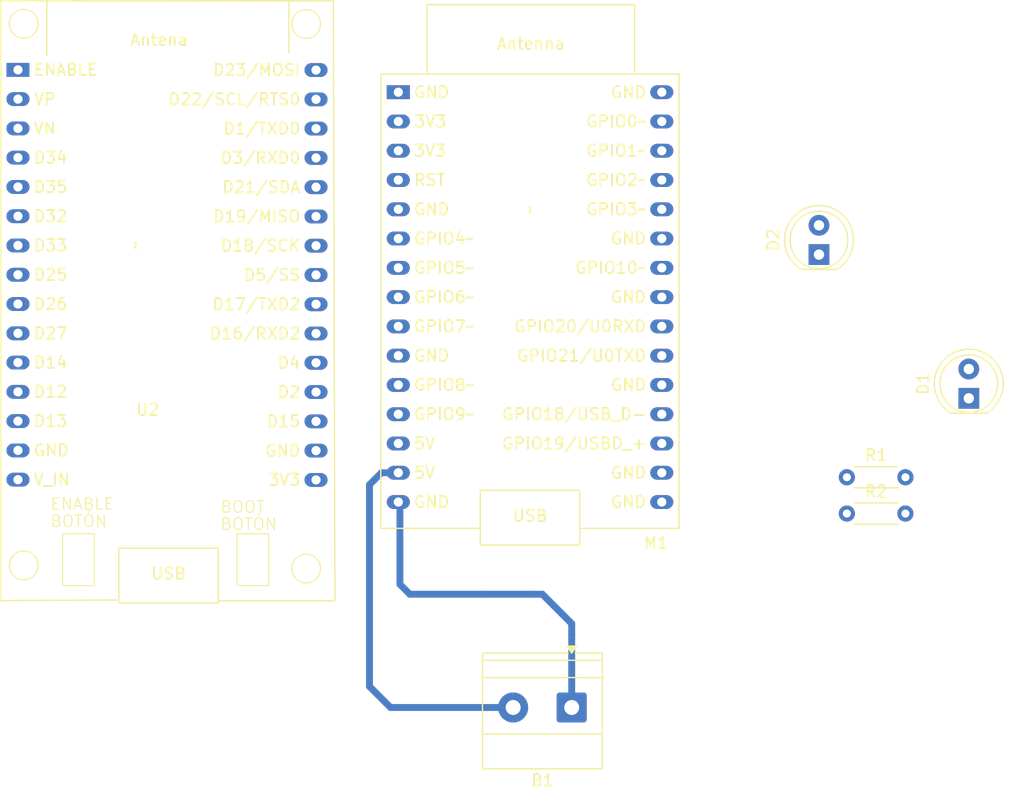
<source format=kicad_pcb>
(kicad_pcb (version 20241229) (generator "pcbnew") (generator_version "9.0")
  (layers (0 "F.Cu" signal) (2 "B.Cu" signal) (13 "F.Paste" user) (15 "B.Paste" user) (5 "F.SilkS" user "F.Silkscreen") (7 "B.SilkS" user "B.Silkscreen") (1 "F.Mask" user) (3 "B.Mask" user) (25 "Edge.Cuts" user))
  (net 0 "")
  (net 1 "Net-(D1-A)")
  (net 2 "GND")
  (net 3 "Net-(D2-A)")
  (net 4 "LED_WIFI")
  (net 5 "LED_ON")
  (net 7 "S1 A0")
  (net 8 "S1 +")
  (net 19 "S2 SDA")
  (net 24 "S1 D0")
  (net 27 "S2 SCL")
  (net 31 "VIN")
  (net 32 "GND_IN")
  (footprint "Resistor_THT:R_Axial_DIN0204_L3.6mm_D1.6mm_P5.08mm_Horizontal" (layer "F.Cu") (at 127.42 113.5)
    (property "Reference" "R2" (at 2.54 -1.92 0) (layer "F.SilkS"))
    (property "Value" "220")
    (fp_line (start 0.62 -0.92) (end 4.46 -0.92) (stroke (width 0.12)) (layer "F.SilkS"))
    (fp_line (start 0.62 0.92) (end 4.46 0.92) (stroke (width 0.12)) (layer "F.SilkS"))
    (pad "1" thru_hole circle (at 0 0) (size 1.4 1.4) (drill 0.7) (layers "*.Cu" "*.Mask") (net 5 "LED_ON"))
    (pad "2" thru_hole circle (at 5.08 0) (size 1.4 1.4) (drill 0.7) (layers "*.Cu" "*.Mask") (net 1 "Net-(D1-A)"))
  )
  (footprint "Resistor_THT:R_Axial_DIN0204_L3.6mm_D1.6mm_P5.08mm_Horizontal" (layer "F.Cu") (at 127.42 110.35)
    (property "Reference" "R1" (at 2.54 -1.92 0) (layer "F.SilkS"))
    (property "Value" "220")
    (fp_line (start 0.62 -0.92) (end 4.46 -0.92) (stroke (width 0.12)) (layer "F.SilkS"))
    (fp_line (start 0.62 0.92) (end 4.46 0.92) (stroke (width 0.12)) (layer "F.SilkS"))
    (pad "1" thru_hole circle (at 0 0) (size 1.4 1.4) (drill 0.7) (layers "*.Cu" "*.Mask") (net 4 "LED_WIFI"))
    (pad "2" thru_hole circle (at 5.08 0) (size 1.4 1.4) (drill 0.7) (layers "*.Cu" "*.Mask") (net 3 "Net-(D2-A)"))
  )
  (footprint "Librerias:ESP32-DevKit_V1" (layer "F.Cu") (at 55.5 75)
    (property "Reference" "U2" (at 11.25 29.5 0) (layer "F.SilkS"))
    (property "Value" "~" (at 10.16 15.24 90) (layer "F.SilkS"))
    (fp_line (start -1.5 46.0522) (end -1.5 -6) (stroke (width 0.12)) (layer "F.SilkS"))
    (fp_line (start -1.5 46.0522) (end 8.75 46) (stroke (width 0.12)) (layer "F.SilkS"))
    (fp_line (start 2.5 -1.25) (end 2.5 -6) (stroke (width 0.12)) (layer "F.SilkS"))
    (fp_line (start 5.502 -5.98) (end 23.502 -5.98) (stroke (width 0.12)) (layer "F.SilkS"))
    (fp_line (start 23.502 -5.98) (end 23.502 -1.48) (stroke (width 0.12)) (layer "F.SilkS"))
    (fp_line (start 27.362 -5.98) (end -1.5 -6) (stroke (width 0.12)) (layer "F.SilkS"))
    (fp_line (start 27.502 46.02) (end 27.362 -5.98) (stroke (width 0.12)) (layer "F.SilkS"))
    (fp_line (start 27.502 46.0722) (end 17.5 46.0722) (stroke (width 0.12)) (layer "F.SilkS"))
    (fp_rect (start 3.875 40.25) (end 6.625 44.75) (stroke (width 0.1)) (fill no) (layer "F.SilkS"))
    (fp_rect (start 8.75 41.5002) (end 17.386 46.25) (stroke (width 0.12)) (fill no) (layer "F.SilkS"))
    (fp_rect (start 19 40.25) (end 21.75 44.75) (stroke (width 0.1)) (fill no) (layer "F.SilkS"))
    (fp_circle (center 0.5 -4) (end 1.75 -4) (stroke (width 0.1)) (fill no) (layer "F.SilkS"))
    (fp_circle (center 0.5 43) (end 1.75 43) (stroke (width 0.1)) (fill no) (layer "F.SilkS"))
    (fp_circle (center 25.002 -3.98) (end 26.252 -3.98) (stroke (width 0.1)) (fill no) (layer "F.SilkS"))
    (fp_circle (center 25.002 43.27) (end 26.252 43.27) (stroke (width 0.1)) (fill no) (layer "F.SilkS"))
    (fp_text user "ENABLE" (at 2.75 38.25 0) (layer "F.SilkS") (effects (font (thickness 0.1)) (justify left bottom)))
    (fp_text user "D18/SCK" (at 24.592 15.26 0) (layer "F.SilkS") (effects (justify right)))
    (fp_text user "D32" (at 1.27 12.7 0) (layer "F.SilkS") (effects (justify left)))
    (fp_text user "D21/SDA" (at 24.592 10.18 0) (layer "F.SilkS") (effects (justify right)))
    (fp_text user "D15" (at 24.592 30.5 0) (layer "F.SilkS") (effects (justify right)))
    (fp_text user "GND" (at 1.27 33.02 0) (layer "F.SilkS") (effects (justify left)))
    (fp_text user "ENABLE" (at 1.27 0 0) (layer "F.SilkS") (effects (justify left)))
    (fp_text user "D13" (at 1.27 30.48 0) (layer "F.SilkS") (effects (justify left)))
    (fp_text user "VN" (at 1.27 5.08 0) (layer "F.SilkS") (effects (justify left)))
    (fp_text user "D12" (at 1.27 27.94 0) (layer "F.SilkS") (effects (justify left)))
    (fp_text user "D22/SCL/RTS0" (at 24.592 2.56 0) (layer "F.SilkS") (effects (justify right)))
    (fp_text user "D27" (at 1.27 22.86 0) (layer "F.SilkS") (effects (justify left)))
    (fp_text user "BOTÓN" (at 2.75 39.75 0) (layer "F.SilkS") (effects (font (thickness 0.1)) (justify left bottom)))
    (fp_text user "BOTÓN" (at 17.5 40 0) (layer "F.SilkS") (effects (font (thickness 0.1)) (justify left bottom)))
    (fp_text user "D25" (at 1.27 17.78 0) (layer "F.SilkS") (effects (justify left)))
    (fp_text user "D5/SS" (at 24.592 17.8 0) (layer "F.SilkS") (effects (justify right)))
    (fp_text user "BOOT" (at 17.5 38.5 0) (layer "F.SilkS") (effects (font (thickness 0.1)) (justify left bottom)))
    (fp_text user "D33" (at 1.27 15.24 0) (layer "F.SilkS") (effects (justify left)))
    (fp_text user "D34" (at 1.27 7.62 0) (layer "F.SilkS") (effects (justify left)))
    (fp_text user "D4" (at 24.592 25.42 0) (layer "F.SilkS") (effects (justify right)))
    (fp_text user "D2" (at 24.592 27.96 0) (layer "F.SilkS") (effects (justify right)))
    (fp_text user "D26" (at 1.27 20.32 0) (layer "F.SilkS") (effects (justify left)))
    (fp_text user "3V3" (at 24.592 35.58 0) (layer "F.SilkS") (effects (justify right)))
    (fp_text user "D1/TXD0" (at 24.592 5.1 0) (layer "F.SilkS") (effects (justify right)))
    (fp_text user "D19/MISO" (at 24.592 12.72 0) (layer "F.SilkS") (effects (justify right)))
    (fp_text user "D23/MOSI" (at 24.592 0.02 0) (layer "F.SilkS") (effects (justify right)))
    (fp_text user "GND" (at 24.592 33.04 0) (layer "F.SilkS") (effects (justify right)))
    (fp_text user "D17/TXD2" (at 24.592 20.34 0) (layer "F.SilkS") (effects (justify right)))
    (fp_text user "V_IN" (at 1.27 35.56 0) (layer "F.SilkS") (effects (justify left)))
    (fp_text user "D14" (at 1.27 25.4 0) (layer "F.SilkS") (effects (justify left)))
    (fp_text user "Antena" (at 12.25 -2.6076 0) (layer "F.SilkS"))
    (fp_text user "USB" (at 13.068 44.2942 0) (layer "F.SilkS") (effects (justify bottom)))
    (fp_text user "VP" (at 1.3 2.54 0) (layer "F.SilkS") (effects (justify left)))
    (fp_text user "D3/RXD0" (at 24.592 7.64 0) (layer "F.SilkS") (effects (justify right)))
    (fp_text user "D16/RXD2" (at 24.592 22.88 0) (layer "F.SilkS") (effects (justify right)))
    (fp_text user "D35" (at 1.27 10.16 0) (layer "F.SilkS") (effects (justify left)))
    (pad "1" thru_hole rect (at 0 0 270) (size 1.2 2) (drill 0.8) (layers "*.Cu" "*.Mask"))
    (pad "2" thru_hole oval (at 0 2.54 270) (size 1.2 2) (drill 0.8) (layers "*.Cu" "*.Mask"))
    (pad "3" thru_hole oval (at 0 5.08 270) (size 1.2 2) (drill 0.8) (layers "*.Cu" "*.Mask"))
    (pad "4" thru_hole oval (at 0 7.62 270) (size 1.2 2) (drill 0.8) (layers "*.Cu" "*.Mask"))
    (pad "5" thru_hole oval (at 0 10.16 270) (size 1.2 2) (drill 0.8) (layers "*.Cu" "*.Mask"))
    (pad "6" thru_hole oval (at 0 12.7 270) (size 1.2 2) (drill 0.8) (layers "*.Cu" "*.Mask"))
    (pad "7" thru_hole oval (at 0 15.24 270) (size 1.2 2) (drill 0.8) (layers "*.Cu" "*.Mask"))
    (pad "8" thru_hole oval (at 0 17.78 270) (size 1.2 2) (drill 0.8) (layers "*.Cu" "*.Mask"))
    (pad "9" thru_hole oval (at 0 20.32 270) (size 1.2 2) (drill 0.8) (layers "*.Cu" "*.Mask"))
    (pad "10" thru_hole oval (at 0 22.86 270) (size 1.2 2) (drill 0.8) (layers "*.Cu" "*.Mask"))
    (pad "11" thru_hole oval (at 0 25.4 270) (size 1.2 2) (drill 0.8) (layers "*.Cu" "*.Mask"))
    (pad "12" thru_hole oval (at 0 27.94 270) (size 1.2 2) (drill 0.8) (layers "*.Cu" "*.Mask"))
    (pad "13" thru_hole oval (at 0 30.48 270) (size 1.2 2) (drill 0.8) (layers "*.Cu" "*.Mask"))
    (pad "14" thru_hole oval (at 0 33.02 270) (size 1.2 2) (drill 0.8) (layers "*.Cu" "*.Mask"))
    (pad "15" thru_hole oval (at 0 35.56 270) (size 1.2 2) (drill 0.8) (layers "*.Cu" "*.Mask"))
    (pad "16" thru_hole oval (at 25.862 35.58 270) (size 1.2 2) (drill 0.8) (layers "*.Cu" "*.Mask"))
    (pad "17" thru_hole oval (at 25.862 33.04 270) (size 1.2 2) (drill 0.8) (layers "*.Cu" "*.Mask"))
    (pad "18" thru_hole oval (at 25.862 30.5 270) (size 1.2 2) (drill 0.8) (layers "*.Cu" "*.Mask"))
    (pad "19" thru_hole oval (at 25.862 27.96 270) (size 1.2 2) (drill 0.8) (layers "*.Cu" "*.Mask"))
    (pad "20" thru_hole oval (at 25.862 25.42 270) (size 1.2 2) (drill 0.8) (layers "*.Cu" "*.Mask"))
    (pad "21" thru_hole oval (at 25.862 22.88 270) (size 1.2 2) (drill 0.8) (layers "*.Cu" "*.Mask"))
    (pad "22" thru_hole oval (at 25.862 20.34 270) (size 1.2 2) (drill 0.8) (layers "*.Cu" "*.Mask"))
    (pad "23" thru_hole oval (at 25.862 17.8 270) (size 1.2 2) (drill 0.8) (layers "*.Cu" "*.Mask"))
    (pad "24" thru_hole oval (at 25.862 15.26 270) (size 1.2 2) (drill 0.8) (layers "*.Cu" "*.Mask"))
    (pad "25" thru_hole oval (at 25.862 12.72 270) (size 1.2 2) (drill 0.8) (layers "*.Cu" "*.Mask"))
    (pad "26" thru_hole oval (at 25.862 10.18 270) (size 1.2 2) (drill 0.8) (layers "*.Cu" "*.Mask"))
    (pad "27" thru_hole oval (at 25.862 7.64 270) (size 1.2 2) (drill 0.8) (layers "*.Cu" "*.Mask"))
    (pad "28" thru_hole oval (at 25.862 5.1 270) (size 1.2 2) (drill 0.8) (layers "*.Cu" "*.Mask"))
    (pad "29" thru_hole oval (at 25.862 2.56 270) (size 1.2 2) (drill 0.8) (layers "*.Cu" "*.Mask"))
    (pad "30" thru_hole oval (at 25.862 0.02 270) (size 1.2 2) (drill 0.8) (layers "*.Cu" "*.Mask"))
  )
  (footprint "LED_THT:LED_D5.0mm" (layer "F.Cu") (at 138 103.5 90)
    (property "Reference" "D1" (at 1.27 -3.96 90) (layer "F.SilkS"))
    (property "Value" "LED_ON")
    (fp_line (start -1.29 -1.545) (end -1.29 1.545) (stroke (width 0.12)) (layer "F.SilkS"))
    (fp_arc (start -1.29 -1.54483) (mid 2.071779 -2.880495) (end 4.26 0) (stroke (width 0.12)) (layer "F.SilkS"))
    (fp_arc (start 4.26 0) (mid 2.071779 2.880495) (end -1.29 1.54483) (stroke (width 0.12)) (layer "F.SilkS"))
    (fp_circle (center 1.27 0) (end 3.77 0) (stroke (width 0.12)) (fill no) (layer "F.SilkS"))
    (pad "1" thru_hole rect (at 0 0 90) (size 1.8 1.8) (drill 0.9) (layers "*.Cu" "*.Mask") (net 2 "GND"))
    (pad "2" thru_hole circle (at 2.54 0 90) (size 1.8 1.8) (drill 0.9) (layers "*.Cu" "*.Mask") (net 1 "Net-(D1-A)"))
  )
  (footprint "Librerias1:ESP32-DevKit_V1" (layer "F.Cu") (at 88.5 76.94)
    (property "Reference" "M1" (at 22.352 39.116 0) (layer "F.SilkS"))
    (property "Value" "~" (at 11.4 10.16 270) (layer "F.SilkS"))
    (fp_line (start -1.524 37.846) (end 7.112 37.846) (stroke (width 0.12)) (layer "F.SilkS"))
    (fp_line (start -1.5 -1.575) (end -1.524 37.846) (stroke (width 0.12)) (layer "F.SilkS"))
    (fp_line (start 2.5 -7.6) (end 20.5 -7.6) (stroke (width 0.12)) (layer "F.SilkS"))
    (fp_line (start 2.5 -1.6) (end 2.5 -7.6) (stroke (width 0.12)) (layer "F.SilkS"))
    (fp_line (start 20.5 -7.6) (end 20.5 -1.6) (stroke (width 0.12)) (layer "F.SilkS"))
    (fp_line (start 24.359999 37.846) (end 15.748 37.846) (stroke (width 0.12)) (layer "F.SilkS"))
    (fp_line (start 24.359999 37.846) (end 24.36 -1.575) (stroke (width 0.12)) (layer "F.SilkS"))
    (fp_line (start 24.36 -1.575) (end -1.5 -1.575) (stroke (width 0.12)) (layer "F.SilkS"))
    (fp_rect (start 7.112 34.544) (end 15.748 39.2938) (stroke (width 0.12)) (fill no) (layer "F.SilkS"))
    (fp_text user "3V3" (at 1.27 5.08 0) (layer "F.SilkS") (effects (justify left)))
    (fp_text user "GPIO7~" (at 1.27 20.32 0) (layer "F.SilkS") (effects (justify left)))
    (fp_text user "GPIO8~" (at 1.27 25.4 0) (layer "F.SilkS") (effects (justify left)))
    (fp_text user "GND" (at 21.59 25.4 0) (layer "F.SilkS") (effects (justify right)))
    (fp_text user "GPIO21/U0TXD" (at 21.59 22.86 0) (layer "F.SilkS") (effects (justify right)))
    (fp_text user "GND" (at 21.59 0 0) (layer "F.SilkS") (effects (justify right)))
    (fp_text user "GND" (at 21.59 35.56 0) (layer "F.SilkS") (effects (justify right)))
    (fp_text user "GND" (at 1.27 22.86 0) (layer "F.SilkS") (effects (justify left)))
    (fp_text user "GPIO10~" (at 21.59 15.24 0) (layer "F.SilkS") (effects (justify right)))
    (fp_text user "GPIO5~" (at 1.27 15.24 0) (layer "F.SilkS") (effects (justify left)))
    (fp_text user "GND" (at 21.59 12.7 0) (layer "F.SilkS") (effects (justify right)))
    (fp_text user "3V3" (at 1.3 2.54 0) (layer "F.SilkS") (effects (justify left)))
    (fp_text user "GPIO6~" (at 1.27 17.78 0) (layer "F.SilkS") (effects (justify left)))
    (fp_text user "GND" (at 21.59 33.02 0) (layer "F.SilkS") (effects (justify right)))
    (fp_text user "GPIO4~" (at 1.27 12.7 0) (layer "F.SilkS") (effects (justify left)))
    (fp_text user "5V" (at 1.27 33.02 0) (layer "F.SilkS") (effects (justify left)))
    (fp_text user "GPIO20/U0RXD" (at 21.59 20.32 0) (layer "F.SilkS") (effects (justify right)))
    (fp_text user "GND" (at 1.27 35.56 0) (layer "F.SilkS") (effects (justify left)))
    (fp_text user "GND" (at 1.27 10.16 0) (layer "F.SilkS") (effects (justify left)))
    (fp_text user "USB" (at 11.43 37.338 0) (layer "F.SilkS") (effects (justify bottom)))
    (fp_text user "GND" (at 21.59 17.78 0) (layer "F.SilkS") (effects (justify right)))
    (fp_text user "GPIO1~" (at 21.59 5.08 0) (layer "F.SilkS") (effects (justify right)))
    (fp_text user "GPIO3~" (at 21.59 10.16 0) (layer "F.SilkS") (effects (justify right)))
    (fp_text user "GPIO0~" (at 21.59 2.54 0) (layer "F.SilkS") (effects (justify right)))
    (fp_text user "GPIO9~" (at 1.27 27.94 0) (layer "F.SilkS") (effects (justify left)))
    (fp_text user "RST" (at 1.27 7.62 0) (layer "F.SilkS") (effects (justify left)))
    (fp_text user "GPIO18/USB_D-" (at 21.59 27.94 0) (layer "F.SilkS") (effects (justify right)))
    (fp_text user "GPIO2~" (at 21.59 7.62 0) (layer "F.SilkS") (effects (justify right)))
    (fp_text user "5V" (at 1.27 30.48 0) (layer "F.SilkS") (effects (justify left)))
    (fp_text user "Antenna" (at 11.5 -4.2076 0) (layer "F.SilkS"))
    (fp_text user "GPIO19/USBD_+" (at 21.59 30.48 0) (layer "F.SilkS") (effects (justify right)))
    (fp_text user "GND" (at 1.27 0 0) (layer "F.SilkS") (effects (justify left)))
    (pad "1" thru_hole rect (at 0 0 270) (size 1.2 2) (drill 0.8) (layers "*.Cu" "*.Mask"))
    (pad "2" thru_hole oval (at 0 2.54 270) (size 1.2 2) (drill 0.8) (layers "*.Cu" "*.Mask"))
    (pad "3" thru_hole oval (at 0 5.08 270) (size 1.2 2) (drill 0.8) (layers "*.Cu" "*.Mask"))
    (pad "4" thru_hole oval (at 0 7.62 270) (size 1.2 2) (drill 0.8) (layers "*.Cu" "*.Mask") (net 7 "S1 A0"))
    (pad "5" thru_hole oval (at 0 10.16 270) (size 1.2 2) (drill 0.8) (layers "*.Cu" "*.Mask"))
    (pad "6" thru_hole oval (at 0 12.7 270) (size 1.2 2) (drill 0.8) (layers "*.Cu" "*.Mask"))
    (pad "7" thru_hole oval (at 0 15.24 270) (size 1.2 2) (drill 0.8) (layers "*.Cu" "*.Mask"))
    (pad "8" thru_hole oval (at 0 17.78 270) (size 1.2 2) (drill 0.8) (layers "*.Cu" "*.Mask") (net 24 "S1 D0"))
    (pad "9" thru_hole oval (at 0 20.32 270) (size 1.2 2) (drill 0.8) (layers "*.Cu" "*.Mask") (net 5 "LED_ON"))
    (pad "10" thru_hole oval (at 0 22.86 270) (size 1.2 2) (drill 0.8) (layers "*.Cu" "*.Mask") (net 4 "LED_WIFI"))
    (pad "11" thru_hole oval (at 0 25.4 270) (size 1.2 2) (drill 0.8) (layers "*.Cu" "*.Mask"))
    (pad "12" thru_hole oval (at 0 27.94 270) (size 1.2 2) (drill 0.8) (layers "*.Cu" "*.Mask"))
    (pad "13" thru_hole oval (at 0 30.48 270) (size 1.2 2) (drill 0.8) (layers "*.Cu" "*.Mask"))
    (pad "14" thru_hole oval (at 0 33.02 270) (size 1.2 2) (drill 0.8) (layers "*.Cu" "*.Mask") (net 31 "VIN"))
    (pad "15" thru_hole oval (at 0 35.56 270) (size 1.2 2) (drill 0.8) (layers "*.Cu" "*.Mask") (net 32 "GND_IN"))
    (pad "16" thru_hole oval (at 22.86 35.56 270) (size 1.2 2) (drill 0.8) (layers "*.Cu" "*.Mask") (net 8 "S1 +"))
    (pad "17" thru_hole oval (at 22.86 33.02 270) (size 1.2 2) (drill 0.8) (layers "*.Cu" "*.Mask") (net 2 "GND"))
    (pad "18" thru_hole oval (at 22.86 30.48 270) (size 1.2 2) (drill 0.8) (layers "*.Cu" "*.Mask"))
    (pad "19" thru_hole oval (at 22.86 27.94 270) (size 1.2 2) (drill 0.8) (layers "*.Cu" "*.Mask"))
    (pad "20" thru_hole oval (at 22.86 25.4 270) (size 1.2 2) (drill 0.8) (layers "*.Cu" "*.Mask"))
    (pad "21" thru_hole oval (at 22.86 22.86 270) (size 1.2 2) (drill 0.8) (layers "*.Cu" "*.Mask"))
    (pad "22" thru_hole oval (at 22.86 20.32 270) (size 1.2 2) (drill 0.8) (layers "*.Cu" "*.Mask"))
    (pad "23" thru_hole oval (at 22.86 17.78 270) (size 1.2 2) (drill 0.8) (layers "*.Cu" "*.Mask"))
    (pad "24" thru_hole oval (at 22.86 15.24 270) (size 1.2 2) (drill 0.8) (layers "*.Cu" "*.Mask"))
    (pad "25" thru_hole oval (at 22.86 12.7 270) (size 1.2 2) (drill 0.8) (layers "*.Cu" "*.Mask"))
    (pad "26" thru_hole oval (at 22.86 10.16 270) (size 1.2 2) (drill 0.8) (layers "*.Cu" "*.Mask") (net 19 "S2 SDA"))
    (pad "27" thru_hole oval (at 22.86 7.62 270) (size 1.2 2) (drill 0.8) (layers "*.Cu" "*.Mask"))
    (pad "28" thru_hole oval (at 22.86 5.08 270) (size 1.2 2) (drill 0.8) (layers "*.Cu" "*.Mask"))
    (pad "29" thru_hole oval (at 22.86 2.54 270) (size 1.2 2) (drill 0.8) (layers "*.Cu" "*.Mask") (net 27 "S2 SCL"))
    (pad "30" thru_hole oval (at 22.86 0 270) (size 1.2 2) (drill 0.8) (layers "*.Cu" "*.Mask"))
  )
  (footprint "TerminalBlock_Phoenix:TerminalBlock_Phoenix_MKDS-1,5-2-5.08_1x02_P5.08mm_Horizontal" (layer "F.Cu") (at 103.545 130.3275 180)
    (property "Reference" "B1" (at 2.54 -6.32 0) (layer "F.SilkS"))
    (property "Value" "9V")
    (fp_line (start 7.74 4.72) (end 0.3 4.72) (stroke (width 0.12)) (layer "F.SilkS"))
    (fp_line (start 7.74 -5.32) (end 7.74 4.72) (stroke (width 0.12)) (layer "F.SilkS"))
    (fp_line (start -0.3 4.72) (end -2.66 4.72) (stroke (width 0.12)) (layer "F.SilkS"))
    (fp_line (start -2.66 4.72) (end -2.66 -5.32) (stroke (width 0.12)) (layer "F.SilkS"))
    (fp_line (start -2.66 4.1) (end 7.74 4.1) (stroke (width 0.12)) (layer "F.SilkS"))
    (fp_line (start -2.66 2.6) (end 7.74 2.6) (stroke (width 0.12)) (layer "F.SilkS"))
    (fp_line (start -2.66 -2.3) (end 7.74 -2.3) (stroke (width 0.12)) (layer "F.SilkS"))
    (fp_line (start -2.66 -5.32) (end 7.74 -5.32) (stroke (width 0.12)) (layer "F.SilkS"))
    (fp_poly (pts (xy 0 4.72) (xy 0.44 5.33) (xy -0.44 5.33)) (stroke (width 0.12)) (fill yes) (layer "F.SilkS"))
    (pad "1" thru_hole roundrect (at 0 0 180) (size 2.6 2.6) (drill 1.3) (layers "*.Cu" "*.Mask") (roundrect_rratio 0.096154) (net 32 "GND_IN"))
    (pad "2" thru_hole circle (at 5.08 0 180) (size 2.6 2.6) (drill 1.3) (layers "*.Cu" "*.Mask") (net 31 "VIN"))
  )
  (footprint "LED_THT:LED_D5.0mm_Clear" (layer "F.Cu") (at 125 91.03 90)
    (property "Reference" "D2" (at 1.27 -3.96 90) (layer "F.SilkS"))
    (property "Value" "LED_Internet")
    (fp_line (start -1.29 -1.545) (end -1.29 1.545) (stroke (width 0.12)) (layer "F.SilkS"))
    (fp_arc (start -1.29 -1.54483) (mid 2.071779 -2.880495) (end 4.26 0) (stroke (width 0.12)) (layer "F.SilkS"))
    (fp_arc (start 4.26 0) (mid 2.071779 2.880495) (end -1.29 1.54483) (stroke (width 0.12)) (layer "F.SilkS"))
    (fp_circle (center 1.27 0) (end 3.77 0) (stroke (width 0.12)) (fill no) (layer "F.SilkS"))
    (pad "1" thru_hole rect (at 0 0 90) (size 1.8 1.8) (drill 0.9) (layers "*.Cu" "*.Mask") (net 2 "GND"))
    (pad "2" thru_hole circle (at 2.54 0 90) (size 1.8 1.8) (drill 0.9) (layers "*.Cu" "*.Mask") (net 3 "Net-(D2-A)"))
  )
  (segment (start 86 111) (end 87.04 109.96) (width 0.6) (layer "B.Cu") (net 31))
  (segment (start 87.04 109.96) (end 88.64 109.96) (width 0.6) (layer "B.Cu") (net 31))
  (segment (start 86 128.5) (end 86 111) (width 0.6) (layer "B.Cu") (net 31))
  (segment (start 98.465 130.3275) (end 87.8275 130.3275) (width 0.6) (layer "B.Cu") (net 31))
  (segment (start 87.8275 130.3275) (end 86 128.5) (width 0.6) (layer "B.Cu") (net 31))
  (segment (start 103.545 123.045) (end 101 120.5) (width 0.6) (layer "B.Cu") (net 32))
  (segment (start 103.545 130.3275) (end 103.545 124) (width 0.6) (layer "B.Cu") (net 32))
  (segment (start 88.64 119.64) (end 89.5 120.5) (width 0.6) (layer "B.Cu") (net 32))
  (segment (start 101 120.5) (end 100 120.5) (width 0.6) (layer "B.Cu") (net 32))
  (segment (start 103.545 124) (end 103.545 123.045) (width 0.6) (layer "B.Cu") (net 32))
  (segment (start 88.64 112.5) (end 88.64 119.64) (width 0.6) (layer "B.Cu") (net 32))
  (segment (start 95.92 120.5) (end 100 120.5) (width 0.6) (layer "B.Cu") (net 32))
  (segment (start 89.5 120.5) (end 95.92 120.5) (width 0.6) (layer "B.Cu") (net 32))
)
</source>
